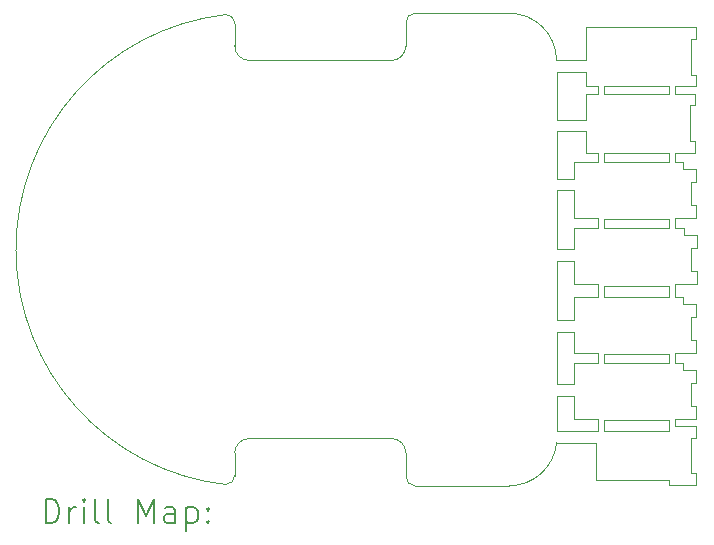
<source format=gbr>
%TF.GenerationSoftware,KiCad,Pcbnew,6.0.8-f2edbf62ab~116~ubuntu22.04.1*%
%TF.CreationDate,2022-10-18T02:00:39+05:30*%
%TF.ProjectId,mushak_pcb,6d757368-616b-45f7-9063-622e6b696361,rev?*%
%TF.SameCoordinates,Original*%
%TF.FileFunction,Drillmap*%
%TF.FilePolarity,Positive*%
%FSLAX45Y45*%
G04 Gerber Fmt 4.5, Leading zero omitted, Abs format (unit mm)*
G04 Created by KiCad (PCBNEW 6.0.8-f2edbf62ab~116~ubuntu22.04.1) date 2022-10-18 02:00:39*
%MOMM*%
%LPD*%
G01*
G04 APERTURE LIST*
%ADD10C,0.100000*%
%ADD11C,0.200000*%
G04 APERTURE END LIST*
D10*
X19400000Y-9100000D02*
X19550000Y-9100000D01*
X19400000Y-8600000D02*
X19400000Y-8200000D01*
X20405000Y-8380000D02*
X20575000Y-8380000D01*
X19545000Y-9990000D02*
X19755000Y-9990000D01*
X19550000Y-10937181D02*
X19550000Y-11132181D01*
X20405000Y-10622500D02*
X20405000Y-10659681D01*
X20352500Y-11652500D02*
X19735000Y-11652500D01*
X19550000Y-9430000D02*
X19755000Y-9430000D01*
X20355000Y-10622500D02*
X20355000Y-10659681D01*
X20480000Y-9580000D02*
X20480000Y-9517500D01*
X19400000Y-10837500D02*
X19550000Y-10837181D01*
X19000000Y-11700000D02*
X18200000Y-11700000D01*
X16800000Y-8100000D02*
X18000000Y-8100000D01*
X20535000Y-10832181D02*
X20535000Y-11022181D01*
X19400000Y-10300000D02*
X19400000Y-9800000D01*
X20535000Y-11022181D02*
X20585000Y-11022181D01*
X19400000Y-8100000D02*
X19652500Y-8100000D01*
X20355000Y-11219681D02*
X20355000Y-11237500D01*
X20585000Y-10275000D02*
X20585000Y-10165000D01*
X19755000Y-9990000D02*
X19755000Y-10102500D01*
X20585000Y-9130000D02*
X20585000Y-9020000D01*
X20535000Y-8220000D02*
X20535000Y-7920000D01*
X16675000Y-11615000D02*
X16675000Y-11420000D01*
X20405000Y-8880000D02*
X20405000Y-8957500D01*
X20585000Y-8320000D02*
X20585000Y-8220000D01*
X20475000Y-9020000D02*
X20475000Y-8970000D01*
X19400000Y-10837500D02*
X19400000Y-10400000D01*
X19805000Y-10659681D02*
X20355000Y-10659681D01*
X18200000Y-7700000D02*
G75*
G03*
X18125000Y-7775000I0J-75000D01*
G01*
X20590000Y-9990000D02*
X20590000Y-9880000D01*
X20475000Y-10722181D02*
X20475000Y-10659681D01*
X20585000Y-10832181D02*
X20535000Y-10832181D01*
X20405000Y-10102500D02*
X20475000Y-10102500D01*
X20535000Y-7920000D02*
X20585000Y-7920000D01*
X18125000Y-7975000D02*
X18125000Y-7775000D01*
X19000000Y-11699996D02*
G75*
G03*
X19400000Y-11337181I0J401906D01*
G01*
X19400000Y-9197500D02*
X19550000Y-9197500D01*
X19805000Y-8320000D02*
X19805000Y-8380000D01*
X19545000Y-10575000D02*
X19755000Y-10575000D01*
X18125000Y-11425000D02*
G75*
G03*
X18000000Y-11300000I-125000J0D01*
G01*
X19652500Y-8880000D02*
X19755000Y-8880000D01*
X20480000Y-9990000D02*
X20590000Y-9990000D01*
X20405000Y-9517500D02*
X20480000Y-9517500D01*
X20475000Y-10102500D02*
X20475000Y-10120000D01*
X20355000Y-8880000D02*
X19805000Y-8880000D01*
X20590000Y-9580000D02*
X20480000Y-9580000D01*
X19755000Y-8880000D02*
X19755000Y-8957500D01*
X20535000Y-10465000D02*
X20535000Y-10275000D01*
X20585000Y-7920000D02*
X20585000Y-7820000D01*
X19400000Y-8100000D02*
G75*
G03*
X19000000Y-7700000I-400000J0D01*
G01*
X19735000Y-11355000D02*
X19735000Y-11337181D01*
X20585000Y-10465000D02*
X20535000Y-10465000D01*
X19400000Y-11237181D02*
X19735000Y-11237181D01*
X20405000Y-10575000D02*
X20405000Y-10622500D01*
X20352500Y-11695000D02*
X20435000Y-11695000D01*
X20585000Y-9020000D02*
X20475000Y-9020000D01*
X18000000Y-8100000D02*
G75*
G03*
X18125000Y-7975000I0J125000D01*
G01*
X19545000Y-9800000D02*
X19545000Y-9990000D01*
X19805000Y-11237500D02*
X20355000Y-11237500D01*
X19755000Y-11132181D02*
X19755000Y-11219681D01*
X19400000Y-9700000D02*
X19545000Y-9700000D01*
X19652500Y-8380000D02*
X19652500Y-8600000D01*
X19755000Y-11237181D02*
X19735000Y-11237181D01*
X20405000Y-11132181D02*
X20585000Y-11132181D01*
X20355000Y-10007000D02*
X20355000Y-10102500D01*
X19550000Y-9197500D02*
X19550000Y-9430000D01*
X16675000Y-7975000D02*
X16675000Y-7788033D01*
X19550000Y-10659681D02*
X19755000Y-10659681D01*
X19652500Y-8200000D02*
X19652500Y-8320000D01*
X19400000Y-9700000D02*
X19400000Y-9197500D01*
X20585000Y-10722181D02*
X20475000Y-10722181D01*
X19805000Y-10622500D02*
X19805000Y-10659681D01*
X16590000Y-7713033D02*
G75*
G03*
X16600000Y-11690000I235075J-1987905D01*
G01*
X20535000Y-11295000D02*
X20535000Y-11575000D01*
X20540000Y-9880000D02*
X20540000Y-9690000D01*
X19550000Y-10659681D02*
X19550000Y-10837181D01*
X18125000Y-11625000D02*
G75*
G03*
X18200000Y-11700000I75000J0D01*
G01*
X20435000Y-11195000D02*
X20585000Y-11195000D01*
X20585000Y-7820000D02*
X19652500Y-7820000D01*
X19805000Y-9445000D02*
X19805000Y-9517500D01*
X19805000Y-10102500D02*
X20355000Y-10102500D01*
X20590000Y-9690000D02*
X20590000Y-9580000D01*
X19755000Y-10622500D02*
X19755000Y-10659681D01*
X20405000Y-9990000D02*
X20405000Y-10102500D01*
X20405000Y-9430000D02*
X20585000Y-9430000D01*
X19755000Y-10575000D02*
X19755000Y-10622500D01*
X20355000Y-8320000D02*
X20355000Y-8380000D01*
X20355000Y-9517500D02*
X19805000Y-9517500D01*
X19755000Y-9517500D02*
X19545000Y-9517500D01*
X19400000Y-10937500D02*
X19550000Y-10937181D01*
X20535000Y-9320000D02*
X20585000Y-9320000D01*
X20585000Y-11195000D02*
X20585000Y-11295000D01*
X20585000Y-10575000D02*
X20585000Y-10465000D01*
X20405000Y-9430000D02*
X20405000Y-9517500D01*
X20352500Y-11695000D02*
X20352500Y-11652500D01*
X19400000Y-8200000D02*
X19652500Y-8200000D01*
X20532500Y-8780000D02*
X20532500Y-8480000D01*
X20405000Y-9990000D02*
X20480000Y-9990000D01*
X18200000Y-7700000D02*
X19000000Y-7700000D01*
X20585000Y-11695000D02*
X20435000Y-11695000D01*
X19805000Y-9445000D02*
X20355000Y-9445000D01*
X20405000Y-10575000D02*
X20475000Y-10575000D01*
X19400000Y-9100000D02*
X19400000Y-8700000D01*
X19545000Y-10400000D02*
X19545000Y-10575000D01*
X20575000Y-8880000D02*
X20575000Y-8780000D01*
X20405000Y-8880000D02*
X20575000Y-8880000D01*
X20475000Y-10575000D02*
X20585000Y-10575000D01*
X19735000Y-11355000D02*
X19735000Y-11652500D01*
X19805000Y-10588000D02*
X20355000Y-10588000D01*
X20585000Y-9320000D02*
X20585000Y-9430000D01*
X19755000Y-8957500D02*
X19550000Y-8957500D01*
X19805000Y-11148000D02*
X20355000Y-11148000D01*
X19400000Y-10300000D02*
X19545000Y-10300000D01*
X19652500Y-8320000D02*
X19755000Y-8320000D01*
X20405000Y-8320000D02*
X20405000Y-8380000D01*
X19805000Y-10007000D02*
X20355000Y-10007000D01*
X20405000Y-11177181D02*
X20405000Y-11195000D01*
X19545000Y-10102500D02*
X19545000Y-10300000D01*
X20475000Y-8970000D02*
X20475000Y-8957500D01*
X20535000Y-11575000D02*
X20535000Y-11595000D01*
X20355000Y-8380000D02*
X19805000Y-8380000D01*
X20590000Y-9880000D02*
X20540000Y-9880000D01*
X16600000Y-11690000D02*
G75*
G03*
X16675000Y-11615000I0J75000D01*
G01*
X20535000Y-11595000D02*
X20585000Y-11595000D01*
X20585000Y-11295000D02*
X20535000Y-11295000D01*
X20355000Y-8880000D02*
X20355000Y-8957500D01*
X19400000Y-11337181D02*
X19735000Y-11337181D01*
X20355000Y-11148000D02*
X20355000Y-11219681D01*
X20405000Y-8320000D02*
X20585000Y-8320000D01*
X20355000Y-9445000D02*
X20355000Y-9517500D01*
X19805000Y-10588000D02*
X19805000Y-10622500D01*
X20405000Y-11132181D02*
X20405000Y-11177181D01*
X20585000Y-8220000D02*
X20535000Y-8220000D01*
X20585000Y-11022181D02*
X20585000Y-11132181D01*
X19545000Y-9517500D02*
X19545000Y-9700000D01*
X20405000Y-8957500D02*
X20475000Y-8957500D01*
X20475000Y-10165000D02*
X20475000Y-10120000D01*
X19805000Y-8320000D02*
X20355000Y-8320000D01*
X19400000Y-9800000D02*
X19545000Y-9800000D01*
X19400000Y-8700000D02*
X19652500Y-8700000D01*
X20435000Y-11195000D02*
X20405000Y-11195000D01*
X20405000Y-10659681D02*
X20475000Y-10659681D01*
X19755000Y-11219681D02*
X19755000Y-11237181D01*
X19755000Y-8320000D02*
X19755000Y-8380000D01*
X20585000Y-10165000D02*
X20475000Y-10165000D01*
X18125000Y-11425000D02*
X18125000Y-11625000D01*
X19755000Y-9430000D02*
X19755000Y-9517500D01*
X20535000Y-9130000D02*
X20585000Y-9130000D01*
X20355000Y-10588000D02*
X20355000Y-10622500D01*
X19652500Y-7820000D02*
X19652500Y-8100000D01*
X19550000Y-8957500D02*
X19550000Y-9100000D01*
X20535000Y-9320000D02*
X20535000Y-9130000D01*
X19755000Y-8380000D02*
X19652500Y-8380000D01*
X20532500Y-8780000D02*
X20575000Y-8780000D01*
X19545000Y-10102500D02*
X19755000Y-10102500D01*
X19805000Y-10007000D02*
X19805000Y-10102500D01*
X20575000Y-8380000D02*
X20575000Y-8480000D01*
X16800000Y-11299996D02*
G75*
G03*
X16675000Y-11420000I0J-125104D01*
G01*
X19805000Y-8880000D02*
X19805000Y-8957500D01*
X20532500Y-8480000D02*
X20575000Y-8480000D01*
X20585000Y-11595000D02*
X20585000Y-11695000D01*
X16674995Y-7788033D02*
G75*
G03*
X16590000Y-7713033I-75585J3D01*
G01*
X19400000Y-8600000D02*
X19652500Y-8600000D01*
X16800000Y-11300000D02*
X18000000Y-11300000D01*
X19400000Y-11237181D02*
X19400000Y-10937500D01*
X20540000Y-9690000D02*
X20590000Y-9690000D01*
X19805000Y-11219681D02*
X19805000Y-11148000D01*
X19805000Y-11219681D02*
X19805000Y-11237500D01*
X16675000Y-7975000D02*
G75*
G03*
X16800000Y-8100000I125000J0D01*
G01*
X20535000Y-10275000D02*
X20585000Y-10275000D01*
X19400000Y-10400000D02*
X19545000Y-10400000D01*
X19652500Y-8700000D02*
X19652500Y-8880000D01*
X20355000Y-8957500D02*
X19805000Y-8957500D01*
X19550000Y-11132181D02*
X19755000Y-11132181D01*
X20585000Y-10722181D02*
X20585000Y-10832181D01*
D11*
X15075938Y-12015476D02*
X15075938Y-11815476D01*
X15123557Y-11815476D01*
X15152129Y-11825000D01*
X15171176Y-11844048D01*
X15180700Y-11863095D01*
X15190224Y-11901190D01*
X15190224Y-11929762D01*
X15180700Y-11967857D01*
X15171176Y-11986905D01*
X15152129Y-12005952D01*
X15123557Y-12015476D01*
X15075938Y-12015476D01*
X15275938Y-12015476D02*
X15275938Y-11882143D01*
X15275938Y-11920238D02*
X15285462Y-11901190D01*
X15294986Y-11891667D01*
X15314033Y-11882143D01*
X15333081Y-11882143D01*
X15399748Y-12015476D02*
X15399748Y-11882143D01*
X15399748Y-11815476D02*
X15390224Y-11825000D01*
X15399748Y-11834524D01*
X15409271Y-11825000D01*
X15399748Y-11815476D01*
X15399748Y-11834524D01*
X15523557Y-12015476D02*
X15504510Y-12005952D01*
X15494986Y-11986905D01*
X15494986Y-11815476D01*
X15628319Y-12015476D02*
X15609271Y-12005952D01*
X15599748Y-11986905D01*
X15599748Y-11815476D01*
X15856891Y-12015476D02*
X15856891Y-11815476D01*
X15923557Y-11958333D01*
X15990224Y-11815476D01*
X15990224Y-12015476D01*
X16171176Y-12015476D02*
X16171176Y-11910714D01*
X16161652Y-11891667D01*
X16142605Y-11882143D01*
X16104510Y-11882143D01*
X16085462Y-11891667D01*
X16171176Y-12005952D02*
X16152129Y-12015476D01*
X16104510Y-12015476D01*
X16085462Y-12005952D01*
X16075938Y-11986905D01*
X16075938Y-11967857D01*
X16085462Y-11948809D01*
X16104510Y-11939286D01*
X16152129Y-11939286D01*
X16171176Y-11929762D01*
X16266414Y-11882143D02*
X16266414Y-12082143D01*
X16266414Y-11891667D02*
X16285462Y-11882143D01*
X16323557Y-11882143D01*
X16342605Y-11891667D01*
X16352129Y-11901190D01*
X16361652Y-11920238D01*
X16361652Y-11977381D01*
X16352129Y-11996428D01*
X16342605Y-12005952D01*
X16323557Y-12015476D01*
X16285462Y-12015476D01*
X16266414Y-12005952D01*
X16447367Y-11996428D02*
X16456891Y-12005952D01*
X16447367Y-12015476D01*
X16437843Y-12005952D01*
X16447367Y-11996428D01*
X16447367Y-12015476D01*
X16447367Y-11891667D02*
X16456891Y-11901190D01*
X16447367Y-11910714D01*
X16437843Y-11901190D01*
X16447367Y-11891667D01*
X16447367Y-11910714D01*
M02*

</source>
